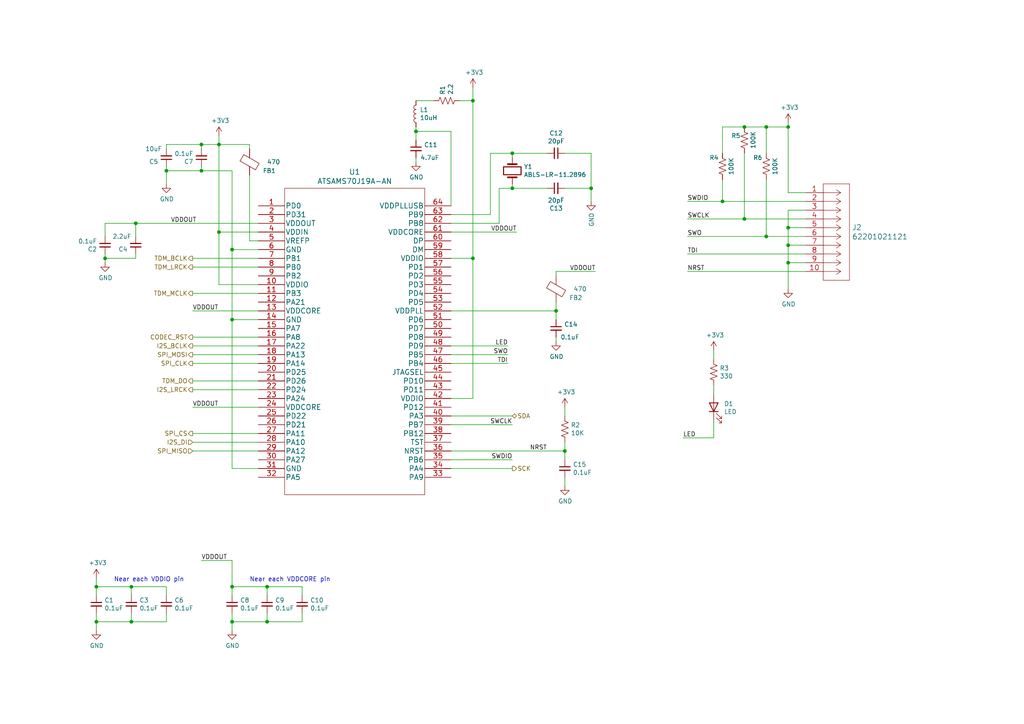
<source format=kicad_sch>
(kicad_sch (version 20211123) (generator eeschema)
  (paper "A4")
  (title_block (title "8x2 Tsunami Pi Hat") (date "11/16/2021") (rev "v0.10") (company "Robertsonics"))
  (lib_symbols
    (symbol "ATSAMS70J19:ATSAMS70J19A-AN" (pin_names (offset 0.254))
      (property "Reference" "U" (at 27.94 10.16 0))
      (property "Value" "ATSAMS70J19A-AN" (at 27.94 7.62 0))
      (symbol "ATSAMS70J19A-AN_1_1"
        (polyline (pts (xy 7.62 -83.82) (xy 48.26 -83.82)) (stroke (width 0.127)))
        (polyline (pts (xy 7.62 5.08) (xy 7.62 -83.82)) (stroke (width 0.127)))
        (polyline (pts (xy 48.26 -83.82) (xy 48.26 5.08)) (stroke (width 0.127)))
        (polyline (pts (xy 48.26 5.08) (xy 7.62 5.08)) (stroke (width 0.127)))
        (pin bidirectional line (at 0 0 0) (length 7.62) (name "PD0") (number "1"))
        (pin power_in line (at 0 -22.86 0) (length 7.62) (name "VDDIO") (number "10"))
        (pin bidirectional line (at 0 -25.4 0) (length 7.62) (name "PB3") (number "11"))
        (pin bidirectional line (at 0 -27.94 0) (length 7.62) (name "PA21") (number "12"))
        (pin power_in line (at 0 -30.48 0) (length 7.62) (name "VDDCORE") (number "13"))
        (pin power_in line (at 0 -33.02 0) (length 7.62) (name "GND") (number "14"))
        (pin bidirectional line (at 0 -35.56 0) (length 7.62) (name "PA7") (number "15"))
        (pin bidirectional line (at 0 -38.1 0) (length 7.62) (name "PA8") (number "16"))
        (pin bidirectional line (at 0 -40.64 0) (length 7.62) (name "PA22") (number "17"))
        (pin bidirectional line (at 0 -43.18 0) (length 7.62) (name "PA13") (number "18"))
        (pin bidirectional line (at 0 -45.72 0) (length 7.62) (name "PA14") (number "19"))
        (pin bidirectional line (at 0 -2.54 0) (length 7.62) (name "PD31") (number "2"))
        (pin bidirectional line (at 0 -48.26 0) (length 7.62) (name "PD25") (number "20"))
        (pin bidirectional line (at 0 -50.8 0) (length 7.62) (name "PD26") (number "21"))
        (pin bidirectional line (at 0 -53.34 0) (length 7.62) (name "PD24") (number "22"))
        (pin bidirectional line (at 0 -55.88 0) (length 7.62) (name "PA24") (number "23"))
        (pin power_in line (at 0 -58.42 0) (length 7.62) (name "VDDCORE") (number "24"))
        (pin bidirectional line (at 0 -60.96 0) (length 7.62) (name "PD22") (number "25"))
        (pin bidirectional line (at 0 -63.5 0) (length 7.62) (name "PD21") (number "26"))
        (pin bidirectional line (at 0 -66.04 0) (length 7.62) (name "PA11") (number "27"))
        (pin bidirectional line (at 0 -68.58 0) (length 7.62) (name "PA10") (number "28"))
        (pin bidirectional line (at 0 -71.12 0) (length 7.62) (name "PA12") (number "29"))
        (pin output line (at 0 -5.08 0) (length 7.62) (name "VDDOUT") (number "3"))
        (pin bidirectional line (at 0 -73.66 0) (length 7.62) (name "PA27") (number "30"))
        (pin power_in line (at 0 -76.2 0) (length 7.62) (name "GND") (number "31"))
        (pin bidirectional line (at 0 -78.74 0) (length 7.62) (name "PA5") (number "32"))
        (pin bidirectional line (at 55.88 -78.74 180) (length 7.62) (name "PA9") (number "33"))
        (pin bidirectional line (at 55.88 -76.2 180) (length 7.62) (name "PA4") (number "34"))
        (pin bidirectional line (at 55.88 -73.66 180) (length 7.62) (name "PB6") (number "35"))
        (pin unspecified line (at 55.88 -71.12 180) (length 7.62) (name "NRST") (number "36"))
        (pin unspecified line (at 55.88 -68.58 180) (length 7.62) (name "TST") (number "37"))
        (pin bidirectional line (at 55.88 -66.04 180) (length 7.62) (name "PB12") (number "38"))
        (pin bidirectional line (at 55.88 -63.5 180) (length 7.62) (name "PB7") (number "39"))
        (pin power_in line (at 0 -7.62 0) (length 7.62) (name "VDDIN") (number "4"))
        (pin bidirectional line (at 55.88 -60.96 180) (length 7.62) (name "PA3") (number "40"))
        (pin bidirectional line (at 55.88 -58.42 180) (length 7.62) (name "PD12") (number "41"))
        (pin power_in line (at 55.88 -55.88 180) (length 7.62) (name "VDDIO") (number "42"))
        (pin bidirectional line (at 55.88 -53.34 180) (length 7.62) (name "PD11") (number "43"))
        (pin bidirectional line (at 55.88 -50.8 180) (length 7.62) (name "PD10") (number "44"))
        (pin unspecified line (at 55.88 -48.26 180) (length 7.62) (name "JTAGSEL") (number "45"))
        (pin bidirectional line (at 55.88 -45.72 180) (length 7.62) (name "PB4") (number "46"))
        (pin bidirectional line (at 55.88 -43.18 180) (length 7.62) (name "PB5") (number "47"))
        (pin bidirectional line (at 55.88 -40.64 180) (length 7.62) (name "PD9") (number "48"))
        (pin bidirectional line (at 55.88 -38.1 180) (length 7.62) (name "PD8") (number "49"))
        (pin power_in line (at 0 -10.16 0) (length 7.62) (name "VREFP") (number "5"))
        (pin bidirectional line (at 55.88 -35.56 180) (length 7.62) (name "PD7") (number "50"))
        (pin bidirectional line (at 55.88 -33.02 180) (length 7.62) (name "PD6") (number "51"))
        (pin power_in line (at 55.88 -30.48 180) (length 7.62) (name "VDDPLL") (number "52"))
        (pin bidirectional line (at 55.88 -27.94 180) (length 7.62) (name "PD5") (number "53"))
        (pin bidirectional line (at 55.88 -25.4 180) (length 7.62) (name "PD4") (number "54"))
        (pin bidirectional line (at 55.88 -22.86 180) (length 7.62) (name "PD3") (number "55"))
        (pin bidirectional line (at 55.88 -20.32 180) (length 7.62) (name "PD2") (number "56"))
        (pin bidirectional line (at 55.88 -17.78 180) (length 7.62) (name "PD1") (number "57"))
        (pin power_in line (at 55.88 -15.24 180) (length 7.62) (name "VDDIO") (number "58"))
        (pin unspecified line (at 55.88 -12.7 180) (length 7.62) (name "DM") (number "59"))
        (pin power_in line (at 0 -12.7 0) (length 7.62) (name "GND") (number "6"))
        (pin unspecified line (at 55.88 -10.16 180) (length 7.62) (name "DP") (number "60"))
        (pin power_in line (at 55.88 -7.62 180) (length 7.62) (name "VDDCORE") (number "61"))
        (pin bidirectional line (at 55.88 -5.08 180) (length 7.62) (name "PB8") (number "62"))
        (pin bidirectional line (at 55.88 -2.54 180) (length 7.62) (name "PB9") (number "63"))
        (pin power_in line (at 55.88 0 180) (length 7.62) (name "VDDPLLUSB") (number "64"))
        (pin bidirectional line (at 0 -15.24 0) (length 7.62) (name "PB1") (number "7"))
        (pin bidirectional line (at 0 -17.78 0) (length 7.62) (name "PB0") (number "8"))
        (pin bidirectional line (at 0 -20.32 0) (length 7.62) (name "PB2") (number "9"))
      )
    )
    (symbol "Device:C_Small" (pin_numbers hide) (pin_names (offset 0.254) hide)
      (property "Reference" "C" (at 0.254 1.778 0))
      (property "Value" "C_Small" (at 0.254 -2.032 0))
      (symbol "C_Small_0_1"
        (polyline (pts (xy -1.524 -0.508) (xy 1.524 -0.508)) (stroke (width 0.3302)))
        (polyline (pts (xy -1.524 0.508) (xy 1.524 0.508)) (stroke (width 0.3048)))
      )
      (symbol "C_Small_1_1"
        (pin passive line (at 0 2.54 270) (length 2.032) (name "~") (number "1"))
        (pin passive line (at 0 -2.54 90) (length 2.032) (name "~") (number "2"))
      )
    )
    (symbol "Device:Crystal" (pin_numbers hide) (pin_names (offset 1.016) hide)
      (property "Reference" "Y" (at 0 3.81 0))
      (property "Value" "Crystal" (at 0 -3.81 0))
      (symbol "Crystal_0_1"
        (rectangle (start -1.143 2.54) (end 1.143 -2.54) (stroke (width 0.3048)))
        (polyline (pts (xy -2.54 0) (xy -1.905 0)))
        (polyline (pts (xy -1.905 -1.27) (xy -1.905 1.27)) (stroke (width 0.508)))
        (polyline (pts (xy 1.905 -1.27) (xy 1.905 1.27)) (stroke (width 0.508)))
        (polyline (pts (xy 2.54 0) (xy 1.905 0)))
      )
      (symbol "Crystal_1_1"
        (pin passive line (at -3.81 0 0) (length 1.27) (name "1") (number "1"))
        (pin passive line (at 3.81 0 180) (length 1.27) (name "2") (number "2"))
      )
    )
    (symbol "Device:Ferrite_Bead" (pin_numbers hide) (pin_names (offset 0))
      (property "Reference" "FB" (at -3.81 0.635 90))
      (property "Value" "Device_Ferrite_Bead" (at 3.81 0 90))
      (symbol "Ferrite_Bead_0_1"
        (polyline (pts (xy 0 -1.27) (xy 0 -1.2192)))
        (polyline (pts (xy 0 1.27) (xy 0 1.2954)))
        (polyline (pts (xy -2.7686 0.4064) (xy -1.7018 2.2606) (xy 2.7686 -0.3048) (xy 1.6764 -2.159) (xy -2.7686 0.4064)))
      )
      (symbol "Ferrite_Bead_1_1"
        (pin passive line (at 0 3.81 270) (length 2.54) (name "~") (number "1"))
        (pin passive line (at 0 -3.81 90) (length 2.54) (name "~") (number "2"))
      )
    )
    (symbol "Device:L" (pin_numbers hide) (pin_names (offset 1.016) hide)
      (property "Reference" "L" (at -1.27 0 90))
      (property "Value" "L" (at 1.905 0 90))
      (symbol "L_0_1"
        (arc (start 0 -2.54) (mid 0.635 -1.905) (end 0 -1.27))
        (arc (start 0 -1.27) (mid 0.635 -0.635) (end 0 0))
        (arc (start 0 0) (mid 0.635 0.635) (end 0 1.27))
        (arc (start 0 1.27) (mid 0.635 1.905) (end 0 2.54))
      )
      (symbol "L_1_1"
        (pin passive line (at 0 3.81 270) (length 1.27) (name "1") (number "1"))
        (pin passive line (at 0 -3.81 90) (length 1.27) (name "2") (number "2"))
      )
    )
    (symbol "Device:LED" (pin_numbers hide) (pin_names (offset 1.016) hide)
      (property "Reference" "D" (at 0 2.54 0))
      (property "Value" "LED" (at 0 -2.54 0))
      (symbol "LED_0_1"
        (polyline (pts (xy -1.27 -1.27) (xy -1.27 1.27)) (stroke (width 0.254)))
        (polyline (pts (xy -1.27 0) (xy 1.27 0)))
        (polyline (pts (xy 1.27 -1.27) (xy 1.27 1.27) (xy -1.27 0) (xy 1.27 -1.27)) (stroke (width 0.254)))
        (polyline (pts (xy -3.048 -0.762) (xy -4.572 -2.286) (xy -3.81 -2.286) (xy -4.572 -2.286) (xy -4.572 -1.524)))
        (polyline (pts (xy -1.778 -0.762) (xy -3.302 -2.286) (xy -2.54 -2.286) (xy -3.302 -2.286) (xy -3.302 -1.524)))
      )
      (symbol "LED_1_1"
        (pin passive line (at -3.81 0 0) (length 2.54) (name "K") (number "1"))
        (pin passive line (at 3.81 0 180) (length 2.54) (name "A") (number "2"))
      )
    )
    (symbol "Device:R_US" (pin_numbers hide) (pin_names (offset 0))
      (property "Reference" "R" (at 2.54 0 90))
      (property "Value" "R_US" (at -2.54 0 90))
      (symbol "R_US_0_1"
        (polyline (pts (xy 0 -2.286) (xy 0 -2.54)))
        (polyline (pts (xy 0 2.286) (xy 0 2.54)))
        (polyline (pts (xy 0 -0.762) (xy 1.016 -1.143) (xy 0 -1.524) (xy -1.016 -1.905) (xy 0 -2.286)))
        (polyline (pts (xy 0 0.762) (xy 1.016 0.381) (xy 0 0) (xy -1.016 -0.381) (xy 0 -0.762)))
        (polyline (pts (xy 0 2.286) (xy 1.016 1.905) (xy 0 1.524) (xy -1.016 1.143) (xy 0 0.762)))
      )
      (symbol "R_US_1_1"
        (pin passive line (at 0 3.81 270) (length 1.27) (name "~") (number "1"))
        (pin passive line (at 0 -3.81 90) (length 1.27) (name "~") (number "2"))
      )
    )
    (symbol "JTAG-header:62201021121" (pin_names (offset 0.254) hide)
      (property "Reference" "J" (at 8.89 6.35 0))
      (property "Value" "62201021121" (at 10.16 -10.16 0))
      (symbol "62201021121_1_1"
        (polyline (pts (xy 5.08 -25.4) (xy 12.7 -25.4)) (stroke (width 0.127)))
        (polyline (pts (xy 5.08 2.54) (xy 5.08 -25.4)) (stroke (width 0.127)))
        (polyline (pts (xy 10.16 -22.86) (xy 5.08 -22.86)) (stroke (width 0.127)))
        (polyline (pts (xy 10.16 -22.86) (xy 8.89 -23.6982)) (stroke (width 0.127)))
        (polyline (pts (xy 10.16 -22.86) (xy 8.89 -22.0218)) (stroke (width 0.127)))
        (polyline (pts (xy 10.16 -20.32) (xy 5.08 -20.32)) (stroke (width 0.127)))
        (polyline (pts (xy 10.16 -20.32) (xy 8.89 -21.1582)) (stroke (width 0.127)))
        (polyline (pts (xy 10.16 -20.32) (xy 8.89 -19.4818)) (stroke (width 0.127)))
        (polyline (pts (xy 10.16 -17.78) (xy 5.08 -17.78)) (stroke (width 0.127)))
        (polyline (pts (xy 10.16 -17.78) (xy 8.89 -18.6182)) (stroke (width 0.127)))
        (polyline (pts (xy 10.16 -17.78) (xy 8.89 -16.9418)) (stroke (width 0.127)))
        (polyline (pts (xy 10.16 -15.24) (xy 5.08 -15.24)) (stroke (width 0.127)))
        (polyline (pts (xy 10.16 -15.24) (xy 8.89 -16.0782)) (stroke (width 0.127)))
        (polyline (pts (xy 10.16 -15.24) (xy 8.89 -14.4018)) (stroke (width 0.127)))
        (polyline (pts (xy 10.16 -12.7) (xy 5.08 -12.7)) (stroke (width 0.127)))
        (polyline (pts (xy 10.16 -12.7) (xy 8.89 -13.5382)) (stroke (width 0.127)))
        (polyline (pts (xy 10.16 -12.7) (xy 8.89 -11.8618)) (stroke (width 0.127)))
        (polyline (pts (xy 10.16 -10.16) (xy 5.08 -10.16)) (stroke (width 0.127)))
        (polyline (pts (xy 10.16 -10.16) (xy 8.89 -10.9982)) (stroke (width 0.127)))
        (polyline (pts (xy 10.16 -10.16) (xy 8.89 -9.3218)) (stroke (width 0.127)))
        (polyline (pts (xy 10.16 -7.62) (xy 5.08 -7.62)) (stroke (width 0.127)))
        (polyline (pts (xy 10.16 -7.62) (xy 8.89 -8.4582)) (stroke (width 0.127)))
        (polyline (pts (xy 10.16 -7.62) (xy 8.89 -6.7818)) (stroke (width 0.127)))
        (polyline (pts (xy 10.16 -5.08) (xy 5.08 -5.08)) (stroke (width 0.127)))
        (polyline (pts (xy 10.16 -5.08) (xy 8.89 -5.9182)) (stroke (width 0.127)))
        (polyline (pts (xy 10.16 -5.08) (xy 8.89 -4.2418)) (stroke (width 0.127)))
        (polyline (pts (xy 10.16 -2.54) (xy 5.08 -2.54)) (stroke (width 0.127)))
        (polyline (pts (xy 10.16 -2.54) (xy 8.89 -3.3782)) (stroke (width 0.127)))
        (polyline (pts (xy 10.16 -2.54) (xy 8.89 -1.7018)) (stroke (width 0.127)))
        (polyline (pts (xy 10.16 0) (xy 5.08 0)) (stroke (width 0.127)))
        (polyline (pts (xy 10.16 0) (xy 8.89 -0.8382)) (stroke (width 0.127)))
        (polyline (pts (xy 10.16 0) (xy 8.89 0.8382)) (stroke (width 0.127)))
        (polyline (pts (xy 12.7 -25.4) (xy 12.7 2.54)) (stroke (width 0.127)))
        (polyline (pts (xy 12.7 2.54) (xy 5.08 2.54)) (stroke (width 0.127)))
        (pin unspecified line (at 0 0 0) (length 5.08) (name "1") (number "1"))
        (pin unspecified line (at 0 -22.86 0) (length 5.08) (name "10") (number "10"))
        (pin unspecified line (at 0 -2.54 0) (length 5.08) (name "2") (number "2"))
        (pin unspecified line (at 0 -5.08 0) (length 5.08) (name "3") (number "3"))
        (pin unspecified line (at 0 -7.62 0) (length 5.08) (name "4") (number "4"))
        (pin unspecified line (at 0 -10.16 0) (length 5.08) (name "5") (number "5"))
        (pin unspecified line (at 0 -12.7 0) (length 5.08) (name "6") (number "6"))
        (pin unspecified line (at 0 -15.24 0) (length 5.08) (name "7") (number "7"))
        (pin unspecified line (at 0 -17.78 0) (length 5.08) (name "8") (number "8"))
        (pin unspecified line (at 0 -20.32 0) (length 5.08) (name "9") (number "9"))
      )
    )
    (symbol "power:+3V3" (power) (pin_names (offset 0))
      (property "Value" "+3V3" (at 0 3.556 0))
      (symbol "+3V3_0_1"
        (polyline (pts (xy -0.762 1.27) (xy 0 2.54)))
        (polyline (pts (xy 0 0) (xy 0 2.54)))
        (polyline (pts (xy 0 2.54) (xy 0.762 1.27)))
      )
      (symbol "+3V3_1_1"
        (pin power_in line (at 0 0 90) (length 0) hide (name "+3V3") (number "1"))
      )
    )
    (symbol "power:GND" (power) (pin_names (offset 0))
      (property "Value" "GND" (at 0 -3.81 0))
      (symbol "GND_0_1"
        (polyline (pts (xy 0 0) (xy 0 -1.27) (xy 1.27 -1.27) (xy 0 -2.54) (xy -1.27 -1.27) (xy 0 -1.27)))
      )
      (symbol "GND_1_1"
        (pin power_in line (at 0 0 270) (length 0) hide (name "GND") (number "1"))
      )
    )
  )
  (junction (at 77.47 180.34))
  (junction (at 215.9 36.83))
  (junction (at 67.31 72.39))
  (junction (at 163.83 130.81))
  (junction (at 148.59 44.45))
  (junction (at 161.29 90.17))
  (junction (at 137.16 29.21))
  (junction (at 38.1 180.34))
  (junction (at 67.31 170.18))
  (junction (at 137.16 74.93))
  (junction (at 120.65 38.1))
  (junction (at 228.6 71.12))
  (junction (at 77.47 170.18))
  (junction (at 215.9 63.5))
  (junction (at 63.5 41.91))
  (junction (at 228.6 66.04))
  (junction (at 58.42 41.91))
  (junction (at 171.45 54.61))
  (junction (at 38.1 170.18))
  (junction (at 67.31 180.34))
  (junction (at 27.94 170.18))
  (junction (at 67.31 92.71))
  (junction (at 148.59 54.61))
  (junction (at 30.48 74.93))
  (junction (at 58.42 49.53))
  (junction (at 209.55 58.42))
  (junction (at 63.5 67.31))
  (junction (at 39.37 64.77))
  (junction (at 228.6 36.83))
  (junction (at 222.25 36.83))
  (junction (at 48.26 49.53))
  (junction (at 222.25 68.58))
  (junction (at 228.6 76.2))
  (junction (at 27.94 180.34))
  (wire (pts (xy 222.25 52.07) (xy 222.25 68.58)))
  (wire (pts (xy 48.26 41.91) (xy 58.42 41.91)))
  (wire (pts (xy 74.93 128.27) (xy 55.88 128.27)))
  (wire (pts (xy 215.9 36.83) (xy 222.25 36.83)))
  (wire (pts (xy 48.26 53.34) (xy 48.26 49.53)))
  (wire (pts (xy 58.42 43.18) (xy 58.42 41.91)))
  (wire (pts (xy 209.55 44.45) (xy 209.55 36.83)))
  (wire (pts (xy 228.6 71.12) (xy 228.6 76.2)))
  (wire (pts (xy 228.6 66.04) (xy 228.6 71.12)))
  (wire (pts (xy 39.37 64.77) (xy 30.48 64.77)))
  (wire (pts (xy 144.78 54.61) (xy 148.59 54.61)))
  (wire (pts (xy 74.93 105.41) (xy 55.88 105.41)))
  (wire (pts (xy 58.42 162.56) (xy 67.31 162.56)))
  (wire (pts (xy 120.65 29.21) (xy 125.73 29.21)))
  (wire (pts (xy 67.31 49.53) (xy 67.31 72.39)))
  (wire (pts (xy 48.26 172.72) (xy 48.26 170.18)))
  (wire (pts (xy 163.83 130.81) (xy 163.83 133.35)))
  (wire (pts (xy 67.31 135.89) (xy 67.31 92.71)))
  (wire (pts (xy 130.81 67.31) (xy 149.86 67.31)))
  (wire (pts (xy 130.81 62.23) (xy 142.24 62.23)))
  (wire (pts (xy 67.31 182.88) (xy 67.31 180.34)))
  (wire (pts (xy 58.42 49.53) (xy 48.26 49.53)))
  (wire (pts (xy 130.81 115.57) (xy 137.16 115.57)))
  (wire (pts (xy 130.81 100.33) (xy 147.32 100.33)))
  (wire (pts (xy 27.94 182.88) (xy 27.94 180.34)))
  (wire (pts (xy 120.65 38.1) (xy 120.65 36.83)))
  (wire (pts (xy 38.1 177.8) (xy 38.1 180.34)))
  (wire (pts (xy 74.93 85.09) (xy 55.88 85.09)))
  (wire (pts (xy 207.01 121.92) (xy 207.01 127)))
  (wire (pts (xy 130.81 130.81) (xy 163.83 130.81)))
  (wire (pts (xy 130.81 90.17) (xy 161.29 90.17)))
  (wire (pts (xy 27.94 167.64) (xy 27.94 170.18)))
  (wire (pts (xy 67.31 92.71) (xy 67.31 72.39)))
  (wire (pts (xy 148.59 44.45) (xy 158.75 44.45)))
  (wire (pts (xy 171.45 54.61) (xy 163.83 54.61)))
  (wire (pts (xy 163.83 44.45) (xy 171.45 44.45)))
  (wire (pts (xy 142.24 62.23) (xy 142.24 44.45)))
  (wire (pts (xy 74.93 118.11) (xy 55.88 118.11)))
  (wire (pts (xy 130.81 64.77) (xy 144.78 64.77)))
  (wire (pts (xy 39.37 74.93) (xy 30.48 74.93)))
  (wire (pts (xy 233.68 58.42) (xy 209.55 58.42)))
  (wire (pts (xy 74.93 69.85) (xy 72.39 69.85)))
  (wire (pts (xy 161.29 87.63) (xy 161.29 90.17)))
  (wire (pts (xy 77.47 170.18) (xy 87.63 170.18)))
  (wire (pts (xy 233.68 71.12) (xy 228.6 71.12)))
  (wire (pts (xy 130.81 133.35) (xy 148.59 133.35)))
  (wire (pts (xy 130.81 123.19) (xy 148.59 123.19)))
  (wire (pts (xy 58.42 41.91) (xy 63.5 41.91)))
  (wire (pts (xy 39.37 68.58) (xy 39.37 64.77)))
  (wire (pts (xy 222.25 44.45) (xy 222.25 36.83)))
  (wire (pts (xy 228.6 76.2) (xy 228.6 83.82)))
  (wire (pts (xy 130.81 120.65) (xy 148.59 120.65)))
  (wire (pts (xy 130.81 102.87) (xy 147.32 102.87)))
  (wire (pts (xy 207.01 101.6) (xy 207.01 104.14)))
  (wire (pts (xy 161.29 78.74) (xy 161.29 80.01)))
  (wire (pts (xy 209.55 36.83) (xy 215.9 36.83)))
  (wire (pts (xy 77.47 180.34) (xy 87.63 180.34)))
  (wire (pts (xy 74.93 97.79) (xy 55.88 97.79)))
  (wire (pts (xy 74.93 100.33) (xy 55.88 100.33)))
  (wire (pts (xy 67.31 170.18) (xy 77.47 170.18)))
  (wire (pts (xy 30.48 74.93) (xy 30.48 76.2)))
  (wire (pts (xy 39.37 64.77) (xy 74.93 64.77)))
  (wire (pts (xy 228.6 36.83) (xy 228.6 35.56)))
  (wire (pts (xy 209.55 58.42) (xy 199.39 58.42)))
  (wire (pts (xy 215.9 44.45) (xy 215.9 63.5)))
  (wire (pts (xy 163.83 118.11) (xy 163.83 120.65)))
  (wire (pts (xy 77.47 177.8) (xy 77.47 180.34)))
  (wire (pts (xy 228.6 36.83) (xy 228.6 55.88)))
  (wire (pts (xy 67.31 180.34) (xy 77.47 180.34)))
  (wire (pts (xy 222.25 68.58) (xy 199.39 68.58)))
  (wire (pts (xy 63.5 67.31) (xy 63.5 41.91)))
  (wire (pts (xy 130.81 135.89) (xy 148.59 135.89)))
  (wire (pts (xy 74.93 90.17) (xy 55.88 90.17)))
  (wire (pts (xy 228.6 60.96) (xy 228.6 66.04)))
  (wire (pts (xy 163.83 128.27) (xy 163.83 130.81)))
  (wire (pts (xy 233.68 66.04) (xy 228.6 66.04)))
  (wire (pts (xy 130.81 105.41) (xy 147.32 105.41)))
  (wire (pts (xy 171.45 58.42) (xy 171.45 54.61)))
  (wire (pts (xy 87.63 172.72) (xy 87.63 170.18)))
  (wire (pts (xy 228.6 55.88) (xy 233.68 55.88)))
  (wire (pts (xy 137.16 74.93) (xy 130.81 74.93)))
  (wire (pts (xy 74.93 92.71) (xy 67.31 92.71)))
  (wire (pts (xy 39.37 73.66) (xy 39.37 74.93)))
  (wire (pts (xy 74.93 125.73) (xy 55.88 125.73)))
  (wire (pts (xy 163.83 140.97) (xy 163.83 138.43)))
  (wire (pts (xy 148.59 45.72) (xy 148.59 44.45)))
  (wire (pts (xy 120.65 38.1) (xy 120.65 40.64)))
  (wire (pts (xy 215.9 63.5) (xy 199.39 63.5)))
  (wire (pts (xy 74.93 102.87) (xy 55.88 102.87)))
  (wire (pts (xy 30.48 64.77) (xy 30.48 68.58)))
  (wire (pts (xy 58.42 49.53) (xy 67.31 49.53)))
  (wire (pts (xy 63.5 82.55) (xy 63.5 67.31)))
  (wire (pts (xy 72.39 43.18) (xy 72.39 41.91)))
  (wire (pts (xy 74.93 67.31) (xy 63.5 67.31)))
  (wire (pts (xy 74.93 130.81) (xy 55.88 130.81)))
  (wire (pts (xy 48.26 43.18) (xy 48.26 41.91)))
  (wire (pts (xy 63.5 39.37) (xy 63.5 41.91)))
  (wire (pts (xy 171.45 44.45) (xy 171.45 54.61)))
  (wire (pts (xy 161.29 78.74) (xy 172.72 78.74)))
  (wire (pts (xy 74.93 72.39) (xy 67.31 72.39)))
  (wire (pts (xy 74.93 110.49) (xy 55.88 110.49)))
  (wire (pts (xy 77.47 172.72) (xy 77.47 170.18)))
  (wire (pts (xy 144.78 64.77) (xy 144.78 54.61)))
  (wire (pts (xy 137.16 25.4) (xy 137.16 29.21)))
  (wire (pts (xy 148.59 54.61) (xy 158.75 54.61)))
  (wire (pts (xy 58.42 48.26) (xy 58.42 49.53)))
  (wire (pts (xy 30.48 73.66) (xy 30.48 74.93)))
  (wire (pts (xy 148.59 53.34) (xy 148.59 54.61)))
  (wire (pts (xy 207.01 111.76) (xy 207.01 114.3)))
  (wire (pts (xy 27.94 170.18) (xy 38.1 170.18)))
  (wire (pts (xy 233.68 76.2) (xy 228.6 76.2)))
  (wire (pts (xy 148.59 44.45) (xy 142.24 44.45)))
  (wire (pts (xy 222.25 36.83) (xy 228.6 36.83)))
  (wire (pts (xy 74.93 74.93) (xy 55.88 74.93)))
  (wire (pts (xy 27.94 177.8) (xy 27.94 180.34)))
  (wire (pts (xy 130.81 38.1) (xy 120.65 38.1)))
  (wire (pts (xy 27.94 172.72) (xy 27.94 170.18)))
  (wire (pts (xy 137.16 115.57) (xy 137.16 74.93)))
  (wire (pts (xy 120.65 46.99) (xy 120.65 45.72)))
  (wire (pts (xy 67.31 135.89) (xy 74.93 135.89)))
  (wire (pts (xy 67.31 162.56) (xy 67.31 170.18)))
  (wire (pts (xy 72.39 41.91) (xy 63.5 41.91)))
  (wire (pts (xy 161.29 90.17) (xy 161.29 92.71)))
  (wire (pts (xy 48.26 49.53) (xy 48.26 48.26)))
  (wire (pts (xy 74.93 77.47) (xy 55.88 77.47)))
  (wire (pts (xy 161.29 97.79) (xy 161.29 99.06)))
  (wire (pts (xy 133.35 29.21) (xy 137.16 29.21)))
  (wire (pts (xy 209.55 52.07) (xy 209.55 58.42)))
  (wire (pts (xy 38.1 172.72) (xy 38.1 170.18)))
  (wire (pts (xy 233.68 68.58) (xy 222.25 68.58)))
  (wire (pts (xy 38.1 180.34) (xy 48.26 180.34)))
  (wire (pts (xy 233.68 78.74) (xy 199.39 78.74)))
  (wire (pts (xy 74.93 82.55) (xy 63.5 82.55)))
  (wire (pts (xy 67.31 172.72) (xy 67.31 170.18)))
  (wire (pts (xy 67.31 177.8) (xy 67.31 180.34)))
  (wire (pts (xy 72.39 69.85) (xy 72.39 50.8)))
  (wire (pts (xy 87.63 177.8) (xy 87.63 180.34)))
  (wire (pts (xy 233.68 73.66) (xy 199.39 73.66)))
  (wire (pts (xy 233.68 63.5) (xy 215.9 63.5)))
  (wire (pts (xy 207.01 127) (xy 198.12 127)))
  (wire (pts (xy 233.68 60.96) (xy 228.6 60.96)))
  (wire (pts (xy 27.94 180.34) (xy 38.1 180.34)))
  (wire (pts (xy 48.26 177.8) (xy 48.26 180.34)))
  (wire (pts (xy 130.81 59.69) (xy 130.81 38.1)))
  (wire (pts (xy 38.1 170.18) (xy 48.26 170.18)))
  (wire (pts (xy 74.93 113.03) (xy 55.88 113.03)))
  (wire (pts (xy 137.16 29.21) (xy 137.16 74.93)))
  (text "Near each VDDCORE pin\n" (at 72.39 168.91 0) (effects (font (size 1.27 1.27)) (justify left bottom)))
  (text "Near each VDDIO pin\n" (at 33.02 168.91 0) (effects (font (size 1.27 1.27)) (justify left bottom)))
  (label "NRST" (at 199.39 78.74 0))
  (label "TDI" (at 147.32 105.41 180))
  (label "SWO" (at 147.32 102.87 180))
  (label "NRST" (at 153.67 130.81 0))
  (label "SWDIO" (at 199.39 58.42 0))
  (label "VDDOUT" (at 49.53 64.77 0))
  (label "VDDOUT" (at 55.88 118.11 0))
  (label "VDDOUT" (at 149.86 67.31 180))
  (label "SWO" (at 199.39 68.58 0))
  (label "TDI" (at 199.39 73.66 0))
  (label "SWCLK" (at 148.59 123.19 180))
  (label "VDDOUT" (at 58.42 162.56 0))
  (label "LED" (at 147.32 100.33 180))
  (label "LED" (at 198.12 127 0))
  (label "VDDOUT" (at 172.72 78.74 180))
  (label "SWCLK" (at 199.39 63.5 0))
  (label "VDDOUT" (at 55.88 90.17 0))
  (label "SWDIO" (at 148.59 133.35 180))
  (hierarchical_label "SPI_MISO" (shape input) (at 55.88 130.81 180))
  (hierarchical_label "TDM_DO" (shape output) (at 55.88 110.49 180))
  (hierarchical_label "TDM_BCLK" (shape output) (at 55.88 74.93 180))
  (hierarchical_label "I2S_LRCK" (shape output) (at 55.88 113.03 180))
  (hierarchical_label "CODEC_RST" (shape output) (at 55.88 97.79 180))
  (hierarchical_label "SCK" (shape output) (at 148.59 135.89 0))
  (hierarchical_label "TDM_MCLK" (shape output) (at 55.88 85.09 180))
  (hierarchical_label "SPI_CS" (shape output) (at 55.88 125.73 180))
  (hierarchical_label "SPI_MOSI" (shape output) (at 55.88 102.87 180))
  (hierarchical_label "SPI_CLK" (shape output) (at 55.88 105.41 180))
  (hierarchical_label "SDA" (shape bidirectional) (at 148.59 120.65 0))
  (hierarchical_label "TDM_LRCK" (shape output) (at 55.88 77.47 180))
  (hierarchical_label "I2S_BCLK" (shape output) (at 55.88 100.33 180))
  (hierarchical_label "I2S_DI" (shape input) (at 55.88 128.27 180))
  (symbol (lib_id "ATSAMS70J19:ATSAMS70J19A-AN") (at 74.93 59.69 0)
    (property "Reference" "U1" (at 102.87 49.8602 0) (effects (font (size 1.524 1.524))))
    (property "Value" "ATSAMS70J19A-AN" (at 102.87 52.5526 0) (effects (font (size 1.524 1.524))))
    (property "Footprint" "ATSAMS70J19:ATSAMS70J19A-AN" (effects hide))
  )
  (symbol (lib_id "Device:R_US") (at 222.25 48.26 180) (unit 1)
    (property "Reference" "R6" (at 218.44 45.72 0) (effects (justify right)))
    (property "Value" "100K" (at 224.79 50.8 90) (effects (justify right)))
    (property "Footprint" "Resistor_SMD:R_0603_1608Metric" (effects hide))
  )
  (symbol (lib_id "Device:R_US") (at 215.9 40.64 180) (unit 1)
    (property "Reference" "R5" (at 212.09 39.37 0) (effects (justify right)))
    (property "Value" "100K" (at 218.44 43.18 90) (effects (justify right)))
    (property "Footprint" "Resistor_SMD:R_0603_1608Metric" (effects hide))
  )
  (symbol (lib_id "Device:R_US") (at 209.55 48.26 180) (unit 1)
    (property "Reference" "R4" (at 205.74 45.72 0) (effects (justify right)))
    (property "Value" "100K" (at 212.09 50.8 90) (effects (justify right)))
    (property "Footprint" "Resistor_SMD:R_0603_1608Metric" (effects hide))
  )
  (symbol (lib_id "power:+3V3") (at 228.6 35.56 0) (unit 1)
    (property "Reference" "#PWR018" (effects hide))
    (property "Value" "+3V3" (at 228.981 31.1658 0))
  )
  (symbol (lib_id "Device:Crystal") (at 148.59 49.53 270) (unit 1)
    (property "Reference" "Y1" (at 151.9174 48.3616 90) (effects (justify left)))
    (property "Value" "ABLS-LR-11.2896" (at 151.9174 50.673 90) (effects (justify left)))
    (property "Footprint" "XTAL_ABLS-24.000MHZ-B4-T:XTAL_ABLS-24.000MHZ-B4-T" (effects hide))
  )
  (symbol (lib_id "Device:C_Small") (at 161.29 44.45 270) (unit 1)
    (property "Reference" "C12" (at 161.29 38.6334 90))
    (property "Value" "20pF" (at 161.29 40.9448 90))
    (property "Footprint" "Capacitor_SMD:C_0603_1608Metric" (effects hide))
  )
  (symbol (lib_id "power:GND") (at 171.45 58.42 0) (unit 1)
    (property "Reference" "#PWR016" (effects hide))
    (property "Value" "GND" (at 171.577 61.6712 90) (effects (justify right)))
  )
  (symbol (lib_id "Device:C_Small") (at 161.29 54.61 90) (unit 1)
    (property "Reference" "C13" (at 161.29 60.4266 90))
    (property "Value" "20pF" (at 161.29 58.1152 90))
    (property "Footprint" "Capacitor_SMD:C_0603_1608Metric" (effects hide))
  )
  (symbol (lib_id "Device:C_Small") (at 120.65 43.18 0) (unit 1)
    (property "Reference" "C11" (at 122.9868 42.0116 0) (effects (justify left)))
    (property "Value" "4.7uF" (at 121.92 45.72 0) (effects (justify left)))
    (property "Footprint" "Capacitor_SMD:C_0603_1608Metric" (effects hide))
  )
  (symbol (lib_id "Device:R_US") (at 129.54 29.21 270) (unit 1)
    (property "Reference" "R1" (at 128.3716 27.4828 0) (effects (justify right)))
    (property "Value" "2.2" (at 130.683 27.4828 0) (effects (justify right)))
    (property "Footprint" "Resistor_SMD:R_0603_1608Metric" (effects hide))
  )
  (symbol (lib_id "Device:L") (at 120.65 33.02 180) (unit 1)
    (property "Reference" "L1" (at 121.7676 31.8516 0) (effects (justify right)))
    (property "Value" "10uH" (at 121.7676 34.163 0) (effects (justify right)))
    (property "Footprint" "Inductor_SMD:L_0603_1608Metric" (effects hide))
  )
  (symbol (lib_id "Device:C_Small") (at 161.29 95.25 0) (unit 1)
    (property "Reference" "C14" (at 163.6268 94.0816 0) (effects (justify left)))
    (property "Value" "0.1uF" (at 162.56 97.79 0) (effects (justify left)))
    (property "Footprint" "Capacitor_SMD:C_0603_1608Metric" (effects hide))
  )
  (symbol (lib_id "Device:Ferrite_Bead") (at 161.29 83.82 180) (unit 1)
    (property "Reference" "FB2" (at 168.91 86.36 0) (effects (justify left)))
    (property "Value" "470" (at 170.18 83.82 0) (effects (justify left)))
    (property "Footprint" "Inductor_SMD:L_0603_1608Metric" (effects hide))
  )
  (symbol (lib_id "power:GND") (at 161.29 99.06 0) (unit 1)
    (property "Reference" "#PWR013" (effects hide))
    (property "Value" "GND" (at 161.417 103.4542 0))
  )
  (symbol (lib_id "power:+3V3") (at 27.94 167.64 0)
    (property "Reference" "#PWR05" (effects hide))
    (property "Value" "+3V3" (at 28.321 163.2458 0))
  )
  (symbol (lib_id "Device:C_Small") (at 48.26 175.26 0)
    (property "Reference" "C6" (at 50.5968 174.0916 0) (effects (justify left)))
    (property "Value" "0.1uF" (at 50.5968 176.403 0) (effects (justify left)))
    (property "Footprint" "Capacitor_SMD:C_0603_1608Metric" (effects hide))
  )
  (symbol (lib_id "Device:C_Small") (at 38.1 175.26 0)
    (property "Reference" "C3" (at 40.4368 174.0916 0) (effects (justify left)))
    (property "Value" "0.1uF" (at 40.4368 176.403 0) (effects (justify left)))
    (property "Footprint" "Capacitor_SMD:C_0603_1608Metric" (effects hide))
  )
  (symbol (lib_id "Device:C_Small") (at 27.94 175.26 0)
    (property "Reference" "C1" (at 30.2768 174.0916 0) (effects (justify left)))
    (property "Value" "0.1uF" (at 30.2768 176.403 0) (effects (justify left)))
    (property "Footprint" "Capacitor_SMD:C_0603_1608Metric" (effects hide))
  )
  (symbol (lib_id "power:GND") (at 27.94 182.88 0)
    (property "Reference" "#PWR06" (effects hide))
    (property "Value" "GND" (at 28.067 187.2742 0))
  )
  (symbol (lib_id "Device:C_Small") (at 87.63 175.26 0)
    (property "Reference" "C10" (at 89.9668 174.0916 0) (effects (justify left)))
    (property "Value" "0.1uF" (at 89.9668 176.403 0) (effects (justify left)))
    (property "Footprint" "Capacitor_SMD:C_0603_1608Metric" (effects hide))
  )
  (symbol (lib_id "Device:C_Small") (at 77.47 175.26 0)
    (property "Reference" "C9" (at 79.8068 174.0916 0) (effects (justify left)))
    (property "Value" "0.1uF" (at 79.8068 176.403 0) (effects (justify left)))
    (property "Footprint" "Capacitor_SMD:C_0603_1608Metric" (effects hide))
  )
  (symbol (lib_id "Device:C_Small") (at 67.31 175.26 0)
    (property "Reference" "C8" (at 69.6468 174.0916 0) (effects (justify left)))
    (property "Value" "0.1uF" (at 69.6468 176.403 0) (effects (justify left)))
    (property "Footprint" "Capacitor_SMD:C_0603_1608Metric" (effects hide))
  )
  (symbol (lib_id "power:GND") (at 67.31 182.88 0)
    (property "Reference" "#PWR010" (effects hide))
    (property "Value" "GND" (at 67.437 187.2742 0))
  )
  (symbol (lib_id "power:+3V3") (at 137.16 25.4 0) (unit 1)
    (property "Reference" "#PWR012" (effects hide))
    (property "Value" "+3V3" (at 137.541 21.0058 0))
  )
  (symbol (lib_id "Device:C_Small") (at 58.42 45.72 180) (unit 1)
    (property "Reference" "C7" (at 56.0832 46.8884 0) (effects (justify left)))
    (property "Value" "0.1uF" (at 56.0832 44.577 0) (effects (justify left)))
    (property "Footprint" "Capacitor_SMD:C_0603_1608Metric" (effects hide))
  )
  (symbol (lib_id "Device:C_Small") (at 48.26 45.72 180) (unit 1)
    (property "Reference" "C5" (at 45.9232 46.8884 0) (effects (justify left)))
    (property "Value" "10uF" (at 46.99 43.18 0) (effects (justify left)))
    (property "Footprint" "Capacitor_SMD:C_0805_2012Metric" (effects hide))
  )
  (symbol (lib_id "power:GND") (at 48.26 53.34 0) (unit 1)
    (property "Reference" "#PWR08" (effects hide))
    (property "Value" "GND" (at 48.387 57.7342 0))
  )
  (symbol (lib_id "Device:C_Small") (at 39.37 71.12 180) (unit 1)
    (property "Reference" "C4" (at 37.0332 72.2884 0) (effects (justify left)))
    (property "Value" "2.2uF" (at 38.1 68.58 0) (effects (justify left)))
    (property "Footprint" "Capacitor_SMD:C_0603_1608Metric" (effects hide))
  )
  (symbol (lib_id "Device:C_Small") (at 30.48 71.12 180) (unit 1)
    (property "Reference" "C2" (at 28.1432 72.2884 0) (effects (justify left)))
    (property "Value" "0.1uF" (at 28.1432 69.977 0) (effects (justify left)))
    (property "Footprint" "Capacitor_SMD:C_0603_1608Metric" (effects hide))
  )
  (symbol (lib_id "power:GND") (at 30.48 76.2 0) (unit 1)
    (property "Reference" "#PWR07" (effects hide))
    (property "Value" "GND" (at 30.607 80.5942 0))
  )
  (symbol (lib_id "Device:Ferrite_Bead") (at 72.39 46.99 180) (unit 1)
    (property "Reference" "FB1" (at 80.01 49.53 0) (effects (justify left)))
    (property "Value" "470" (at 81.28 46.99 0) (effects (justify left)))
    (property "Footprint" "Inductor_SMD:L_0603_1608Metric" (effects hide))
  )
  (symbol (lib_id "power:GND") (at 228.6 83.82 0) (unit 1)
    (property "Reference" "#PWR019" (effects hide))
    (property "Value" "GND" (at 228.727 88.2142 0))
  )
  (symbol (lib_id "power:+3V3") (at 63.5 39.37 0) (unit 1)
    (property "Reference" "#PWR09" (effects hide))
    (property "Value" "+3V3" (at 63.881 34.9758 0))
  )
  (symbol (lib_id "Device:R_US") (at 163.83 124.46 180) (unit 1)
    (property "Reference" "R2" (at 165.5572 123.2916 0) (effects (justify right)))
    (property "Value" "10K" (at 165.5572 125.603 0) (effects (justify right)))
    (property "Footprint" "Resistor_SMD:R_0603_1608Metric" (effects hide))
  )
  (symbol (lib_id "Device:C_Small") (at 163.83 135.89 0)
    (property "Reference" "C15" (at 166.1668 134.7216 0) (effects (justify left)))
    (property "Value" "0.1uF" (at 166.1668 137.033 0) (effects (justify left)))
    (property "Footprint" "Capacitor_SMD:C_0603_1608Metric" (effects hide))
  )
  (symbol (lib_id "power:GND") (at 163.83 140.97 0) (unit 1)
    (property "Reference" "#PWR015" (effects hide))
    (property "Value" "GND" (at 163.957 145.3642 0))
  )
  (symbol (lib_id "power:+3V3") (at 163.83 118.11 0) (unit 1)
    (property "Reference" "#PWR014" (effects hide))
    (property "Value" "+3V3" (at 164.211 113.7158 0))
  )
  (symbol (lib_id "Device:LED") (at 207.01 118.11 90) (unit 1)
    (property "Reference" "D1" (at 210.0072 117.1194 90) (effects (justify right)))
    (property "Value" "LED" (at 210.0072 119.4308 90) (effects (justify right)))
    (property "Footprint" "LED_SMD:LED_0603_1608Metric" (effects hide))
  )
  (symbol (lib_id "power:+3V3") (at 207.01 101.6 0) (unit 1)
    (property "Reference" "#PWR017" (effects hide))
    (property "Value" "+3V3" (at 207.391 97.2058 0))
  )
  (symbol (lib_id "Device:R_US") (at 207.01 107.95 180) (unit 1)
    (property "Reference" "R3" (at 208.7372 106.7816 0) (effects (justify right)))
    (property "Value" "330" (at 208.7372 109.093 0) (effects (justify right)))
    (property "Footprint" "Resistor_SMD:R_0603_1608Metric" (effects hide))
  )
  (symbol (lib_id "power:GND") (at 120.65 46.99 0) (unit 1)
    (property "Reference" "#PWR011" (effects hide))
    (property "Value" "GND" (at 120.777 51.3842 0))
  )
  (symbol (lib_id "JTAG-header:62201021121") (at 233.68 55.88 0) (unit 1)
    (property "Reference" "J2" (at 247.0912 65.9638 0) (effects (font (size 1.524 1.524)) (justify left)))
    (property "Value" "62201021121" (at 247.0912 68.6562 0) (effects (font (size 1.524 1.524)) (justify left)))
    (property "Footprint" "JTAG-header:62201021121" (effects hide))
  )
)
</source>
